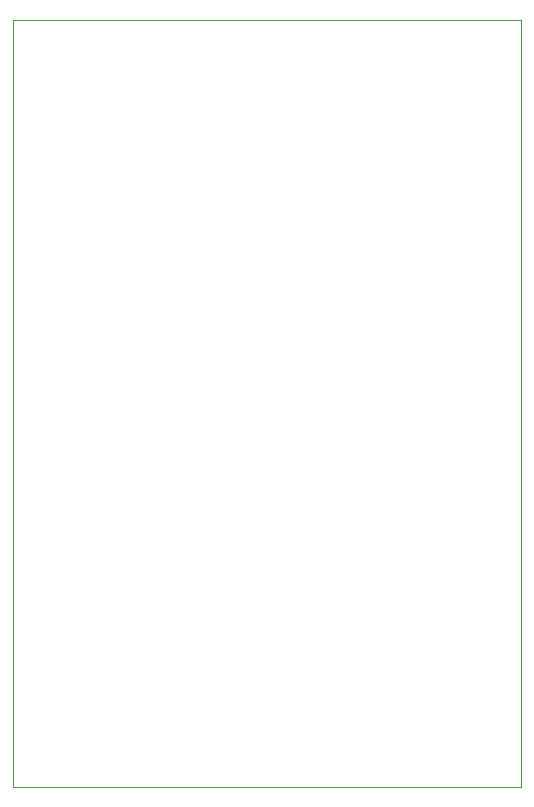
<source format=gbr>
%TF.GenerationSoftware,KiCad,Pcbnew,9.0.4-79-g0226481156*%
%TF.CreationDate,2025-11-12T21:03:14-03:00*%
%TF.ProjectId,ESP32_RELE_NODEMCU,45535033-325f-4524-954c-455f4e4f4445,rev?*%
%TF.SameCoordinates,Original*%
%TF.FileFunction,Profile,NP*%
%FSLAX46Y46*%
G04 Gerber Fmt 4.6, Leading zero omitted, Abs format (unit mm)*
G04 Created by KiCad (PCBNEW 9.0.4-79-g0226481156) date 2025-11-12 21:03:14*
%MOMM*%
%LPD*%
G01*
G04 APERTURE LIST*
%TA.AperFunction,Profile*%
%ADD10C,0.050000*%
%TD*%
G04 APERTURE END LIST*
D10*
X121000000Y-40670000D02*
X164000000Y-40670000D01*
X164000000Y-105670000D01*
X121000000Y-105670000D01*
X121000000Y-40670000D01*
M02*

</source>
